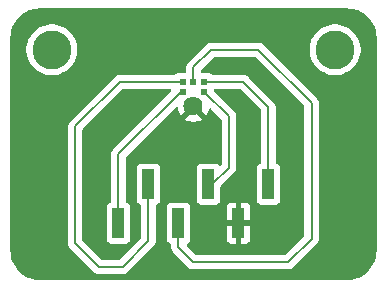
<source format=gbr>
%TF.GenerationSoftware,KiCad,Pcbnew,9.0.4-9.0.4-0~ubuntu22.04.1*%
%TF.CreationDate,2025-10-27T10:48:18-04:00*%
%TF.ProjectId,audio-breakout-mk2,61756469-6f2d-4627-9265-616b6f75742d,rev?*%
%TF.SameCoordinates,Original*%
%TF.FileFunction,Copper,L1,Top*%
%TF.FilePolarity,Positive*%
%FSLAX46Y46*%
G04 Gerber Fmt 4.6, Leading zero omitted, Abs format (unit mm)*
G04 Created by KiCad (PCBNEW 9.0.4-9.0.4-0~ubuntu22.04.1) date 2025-10-27 10:48:18*
%MOMM*%
%LPD*%
G01*
G04 APERTURE LIST*
%TA.AperFunction,ComponentPad*%
%ADD10C,3.300000*%
%TD*%
%TA.AperFunction,SMDPad,CuDef*%
%ADD11R,1.000000X2.510000*%
%TD*%
%TA.AperFunction,SMDPad,CuDef*%
%ADD12R,0.600000X0.522000*%
%TD*%
%TA.AperFunction,ComponentPad*%
%ADD13C,1.625000*%
%TD*%
%TA.AperFunction,Conductor*%
%ADD14C,0.200000*%
%TD*%
G04 APERTURE END LIST*
D10*
%TO.P,REF\u002A\u002A,*%
%TO.N,*%
X154000000Y-70000000D03*
%TD*%
%TO.P,REF\u002A\u002A,*%
%TO.N,*%
X130000000Y-70000000D03*
%TD*%
D11*
%TO.P,Socket1,6,Pin_6*%
%TO.N,Net-(MK1-VDD)*%
X148350000Y-81400000D03*
%TO.P,Socket1,5,Pin_5*%
%TO.N,GND*%
X145810000Y-84710000D03*
%TO.P,Socket1,4,Pin_4*%
%TO.N,Net-(MK1-SCK)*%
X143270000Y-81400000D03*
%TO.P,Socket1,3,Pin_3*%
%TO.N,Net-(MK1-SD)*%
X140730000Y-84710000D03*
%TO.P,Socket1,2,Pin_2*%
%TO.N,Net-(MK1-WS)*%
X138190000Y-81400000D03*
%TO.P,Socket1,1,Pin_1*%
%TO.N,Net-(MK1-LR)*%
X135650000Y-84710000D03*
%TD*%
D12*
%TO.P,MK2,1,WS*%
%TO.N,Net-(MK1-WS)*%
X141100000Y-72726000D03*
%TO.P,MK2,2,LR*%
%TO.N,Net-(MK1-LR)*%
X141100000Y-73548000D03*
D13*
%TO.P,MK2,3,GND*%
%TO.N,GND*%
X142000000Y-74800000D03*
D12*
%TO.P,MK2,4,SCK*%
%TO.N,Net-(MK1-SCK)*%
X142900000Y-73548000D03*
%TO.P,MK2,5,VDD*%
%TO.N,Net-(MK1-VDD)*%
X142900000Y-72726000D03*
%TO.P,MK2,6,SD*%
%TO.N,Net-(MK1-SD)*%
X142000000Y-72726000D03*
%TD*%
D14*
%TO.N,Net-(MK1-SD)*%
X142000000Y-72726000D02*
X142000000Y-71500000D01*
X142000000Y-71500000D02*
X143500000Y-70000000D01*
X143500000Y-70000000D02*
X147500000Y-70000000D01*
X147500000Y-70000000D02*
X152000000Y-74500000D01*
X152000000Y-74500000D02*
X152000000Y-86000000D01*
X152000000Y-86000000D02*
X150000000Y-88000000D01*
X150000000Y-88000000D02*
X142000000Y-88000000D01*
X142000000Y-88000000D02*
X140730000Y-86730000D01*
X140730000Y-86730000D02*
X140730000Y-84710000D01*
%TO.N,Net-(MK1-WS)*%
X141100000Y-72726000D02*
X135774000Y-72726000D01*
X138190000Y-86209000D02*
X138190000Y-81400000D01*
X135774000Y-72726000D02*
X132000000Y-76500000D01*
X132000000Y-76500000D02*
X132000000Y-86399000D01*
X132000000Y-86399000D02*
X134000000Y-88399000D01*
X134000000Y-88399000D02*
X136000000Y-88399000D01*
X136000000Y-88399000D02*
X138190000Y-86209000D01*
%TO.N,Net-(MK1-SCK)*%
X142900000Y-73548000D02*
X145000000Y-75648000D01*
X145000000Y-75648000D02*
X145000000Y-80000000D01*
X145000000Y-80000000D02*
X143600000Y-81400000D01*
X143600000Y-81400000D02*
X143270000Y-81400000D01*
%TO.N,Net-(MK1-LR)*%
X141100000Y-73548000D02*
X140952000Y-73548000D01*
X140952000Y-73548000D02*
X135650000Y-78850000D01*
X135650000Y-78850000D02*
X135650000Y-84710000D01*
%TO.N,Net-(MK1-VDD)*%
X142900000Y-72726000D02*
X146226000Y-72726000D01*
X146226000Y-72726000D02*
X148350000Y-74850000D01*
X148350000Y-74850000D02*
X148350000Y-81400000D01*
%TD*%
%TA.AperFunction,Conductor*%
%TO.N,GND*%
G36*
X155003736Y-66500726D02*
G01*
X155293796Y-66518271D01*
X155308659Y-66520076D01*
X155590798Y-66571780D01*
X155605335Y-66575363D01*
X155879172Y-66660695D01*
X155893163Y-66666000D01*
X156154743Y-66783727D01*
X156167989Y-66790680D01*
X156413465Y-66939075D01*
X156425776Y-66947573D01*
X156651573Y-67124473D01*
X156662781Y-67134403D01*
X156865596Y-67337218D01*
X156875526Y-67348426D01*
X156995481Y-67501538D01*
X157052422Y-67574217D01*
X157060928Y-67586540D01*
X157209316Y-67832004D01*
X157216275Y-67845263D01*
X157333997Y-68106831D01*
X157339306Y-68120832D01*
X157424635Y-68394663D01*
X157428219Y-68409201D01*
X157479923Y-68691340D01*
X157481728Y-68706205D01*
X157499274Y-68996263D01*
X157499500Y-69003750D01*
X157499500Y-86996249D01*
X157499274Y-87003736D01*
X157481728Y-87293794D01*
X157479923Y-87308659D01*
X157428219Y-87590798D01*
X157424635Y-87605336D01*
X157339306Y-87879167D01*
X157333997Y-87893168D01*
X157216275Y-88154736D01*
X157209316Y-88167995D01*
X157060928Y-88413459D01*
X157052422Y-88425782D01*
X156875526Y-88651573D01*
X156865596Y-88662781D01*
X156662781Y-88865596D01*
X156651573Y-88875526D01*
X156425782Y-89052422D01*
X156413459Y-89060928D01*
X156167995Y-89209316D01*
X156154736Y-89216275D01*
X155893168Y-89333997D01*
X155879167Y-89339306D01*
X155605336Y-89424635D01*
X155590798Y-89428219D01*
X155308659Y-89479923D01*
X155293794Y-89481728D01*
X155003736Y-89499274D01*
X154996249Y-89499500D01*
X129003751Y-89499500D01*
X128996264Y-89499274D01*
X128706205Y-89481728D01*
X128691340Y-89479923D01*
X128409201Y-89428219D01*
X128394663Y-89424635D01*
X128120832Y-89339306D01*
X128106831Y-89333997D01*
X127845263Y-89216275D01*
X127832004Y-89209316D01*
X127586540Y-89060928D01*
X127574217Y-89052422D01*
X127506668Y-88999501D01*
X127348426Y-88875526D01*
X127337218Y-88865596D01*
X127134403Y-88662781D01*
X127124473Y-88651573D01*
X127029729Y-88530641D01*
X126947573Y-88425776D01*
X126939075Y-88413465D01*
X126790680Y-88167989D01*
X126783727Y-88154743D01*
X126666000Y-87893163D01*
X126660693Y-87879167D01*
X126575364Y-87605336D01*
X126571780Y-87590798D01*
X126520076Y-87308659D01*
X126518271Y-87293794D01*
X126500726Y-87003736D01*
X126500500Y-86996249D01*
X126500500Y-86478054D01*
X131399498Y-86478054D01*
X131408823Y-86512855D01*
X131440423Y-86630785D01*
X131447676Y-86643348D01*
X131469358Y-86680900D01*
X131469359Y-86680904D01*
X131469360Y-86680904D01*
X131519479Y-86767714D01*
X131519481Y-86767717D01*
X131638349Y-86886585D01*
X131638355Y-86886590D01*
X133515139Y-88763374D01*
X133515149Y-88763385D01*
X133519479Y-88767715D01*
X133519480Y-88767716D01*
X133631284Y-88879520D01*
X133718095Y-88929639D01*
X133718097Y-88929641D01*
X133756151Y-88951611D01*
X133768215Y-88958577D01*
X133920943Y-88999500D01*
X135913331Y-88999500D01*
X135913347Y-88999501D01*
X135920943Y-88999501D01*
X136079054Y-88999501D01*
X136079057Y-88999501D01*
X136231785Y-88958577D01*
X136281904Y-88929639D01*
X136368716Y-88879520D01*
X136480520Y-88767716D01*
X136480520Y-88767714D01*
X136490728Y-88757507D01*
X136490729Y-88757504D01*
X138670520Y-86577716D01*
X138749577Y-86440784D01*
X138790501Y-86288057D01*
X138790501Y-86129942D01*
X138790501Y-86122347D01*
X138790500Y-86122329D01*
X138790500Y-83237790D01*
X138810185Y-83170751D01*
X138862989Y-83124996D01*
X138871146Y-83121616D01*
X138932331Y-83098796D01*
X139047546Y-83012546D01*
X139133796Y-82897331D01*
X139184091Y-82762483D01*
X139190500Y-82702873D01*
X139190499Y-80097128D01*
X139184091Y-80037517D01*
X139140610Y-79920939D01*
X139133797Y-79902671D01*
X139133793Y-79902664D01*
X139047547Y-79787455D01*
X139047544Y-79787452D01*
X138932335Y-79701206D01*
X138932328Y-79701202D01*
X138797482Y-79650908D01*
X138797483Y-79650908D01*
X138737883Y-79644501D01*
X138737881Y-79644500D01*
X138737873Y-79644500D01*
X138737864Y-79644500D01*
X137642129Y-79644500D01*
X137642123Y-79644501D01*
X137582516Y-79650908D01*
X137447671Y-79701202D01*
X137447664Y-79701206D01*
X137332455Y-79787452D01*
X137332452Y-79787455D01*
X137246206Y-79902664D01*
X137246202Y-79902671D01*
X137195908Y-80037517D01*
X137189501Y-80097116D01*
X137189501Y-80097123D01*
X137189500Y-80097135D01*
X137189500Y-82702870D01*
X137189501Y-82702876D01*
X137195908Y-82762483D01*
X137246202Y-82897328D01*
X137246206Y-82897335D01*
X137332452Y-83012544D01*
X137332455Y-83012547D01*
X137447664Y-83098793D01*
X137447669Y-83098796D01*
X137508833Y-83121608D01*
X137564766Y-83163478D01*
X137589184Y-83228942D01*
X137589500Y-83237790D01*
X137589500Y-85908902D01*
X137569815Y-85975941D01*
X137553181Y-85996583D01*
X135787584Y-87762181D01*
X135726261Y-87795666D01*
X135699903Y-87798500D01*
X134300097Y-87798500D01*
X134233058Y-87778815D01*
X134212416Y-87762181D01*
X132636819Y-86186584D01*
X132603334Y-86125261D01*
X132600500Y-86098903D01*
X132600500Y-76800097D01*
X132620185Y-76733058D01*
X132636819Y-76712416D01*
X135986416Y-73362819D01*
X136047739Y-73329334D01*
X136074097Y-73326500D01*
X140024902Y-73326500D01*
X140091941Y-73346185D01*
X140137696Y-73398989D01*
X140147640Y-73468147D01*
X140118615Y-73531703D01*
X140112583Y-73538181D01*
X135169481Y-78481282D01*
X135169479Y-78481285D01*
X135119361Y-78568094D01*
X135119359Y-78568096D01*
X135090425Y-78618209D01*
X135090424Y-78618210D01*
X135090423Y-78618215D01*
X135049499Y-78770943D01*
X135049499Y-78770945D01*
X135049499Y-78939046D01*
X135049500Y-78939059D01*
X135049500Y-82872209D01*
X135029815Y-82939248D01*
X134977011Y-82985003D01*
X134968833Y-82988391D01*
X134907671Y-83011202D01*
X134907664Y-83011206D01*
X134792455Y-83097452D01*
X134792452Y-83097455D01*
X134706206Y-83212664D01*
X134706202Y-83212671D01*
X134655908Y-83347517D01*
X134649501Y-83407116D01*
X134649501Y-83407123D01*
X134649500Y-83407135D01*
X134649500Y-86012870D01*
X134649501Y-86012876D01*
X134655908Y-86072483D01*
X134706202Y-86207328D01*
X134706206Y-86207335D01*
X134792452Y-86322544D01*
X134792455Y-86322547D01*
X134907664Y-86408793D01*
X134907671Y-86408797D01*
X135042517Y-86459091D01*
X135042516Y-86459091D01*
X135049444Y-86459835D01*
X135102127Y-86465500D01*
X136197872Y-86465499D01*
X136257483Y-86459091D01*
X136392331Y-86408796D01*
X136507546Y-86322546D01*
X136593796Y-86207331D01*
X136644091Y-86072483D01*
X136650500Y-86012873D01*
X136650499Y-83407128D01*
X136644091Y-83347517D01*
X136599865Y-83228942D01*
X136593797Y-83212671D01*
X136593793Y-83212664D01*
X136507547Y-83097455D01*
X136507544Y-83097452D01*
X136392335Y-83011206D01*
X136392328Y-83011202D01*
X136331167Y-82988391D01*
X136275233Y-82946520D01*
X136250816Y-82881056D01*
X136250500Y-82872209D01*
X136250500Y-79150096D01*
X136270185Y-79083057D01*
X136286814Y-79062420D01*
X140482389Y-74866844D01*
X140543710Y-74833361D01*
X140613402Y-74838345D01*
X140669335Y-74880217D01*
X140692541Y-74935129D01*
X140719818Y-75107346D01*
X140783656Y-75303822D01*
X140877447Y-75487896D01*
X140911575Y-75534870D01*
X141506830Y-74939614D01*
X141522426Y-74997817D01*
X141589898Y-75114682D01*
X141685318Y-75210102D01*
X141802183Y-75277574D01*
X141860383Y-75293168D01*
X141265127Y-75888423D01*
X141265128Y-75888424D01*
X141312096Y-75922548D01*
X141496177Y-76016343D01*
X141692653Y-76080181D01*
X141896699Y-76112500D01*
X142103301Y-76112500D01*
X142307346Y-76080181D01*
X142503822Y-76016343D01*
X142687892Y-75922554D01*
X142687905Y-75922546D01*
X142734870Y-75888424D01*
X142734871Y-75888423D01*
X142139616Y-75293168D01*
X142197817Y-75277574D01*
X142314682Y-75210102D01*
X142410102Y-75114682D01*
X142477574Y-74997817D01*
X142493168Y-74939616D01*
X143088423Y-75534871D01*
X143088424Y-75534870D01*
X143122546Y-75487905D01*
X143122554Y-75487892D01*
X143216343Y-75303822D01*
X143280180Y-75107351D01*
X143287221Y-75062895D01*
X143317150Y-74999760D01*
X143376461Y-74962828D01*
X143446324Y-74963825D01*
X143497376Y-74994611D01*
X144363181Y-75860416D01*
X144396666Y-75921739D01*
X144399500Y-75948097D01*
X144399500Y-79699902D01*
X144390854Y-79729346D01*
X144384331Y-79759330D01*
X144380577Y-79764344D01*
X144379815Y-79766941D01*
X144363180Y-79787585D01*
X144329667Y-79821097D01*
X144268343Y-79854581D01*
X144198652Y-79849595D01*
X144142722Y-79807726D01*
X144127546Y-79787454D01*
X144127544Y-79787452D01*
X144127543Y-79787451D01*
X144012335Y-79701206D01*
X144012328Y-79701202D01*
X143877482Y-79650908D01*
X143877483Y-79650908D01*
X143817883Y-79644501D01*
X143817881Y-79644500D01*
X143817873Y-79644500D01*
X143817864Y-79644500D01*
X142722129Y-79644500D01*
X142722123Y-79644501D01*
X142662516Y-79650908D01*
X142527671Y-79701202D01*
X142527664Y-79701206D01*
X142412455Y-79787452D01*
X142412452Y-79787455D01*
X142326206Y-79902664D01*
X142326202Y-79902671D01*
X142275908Y-80037517D01*
X142269501Y-80097116D01*
X142269501Y-80097123D01*
X142269500Y-80097135D01*
X142269500Y-82702870D01*
X142269501Y-82702876D01*
X142275908Y-82762483D01*
X142326202Y-82897328D01*
X142326206Y-82897335D01*
X142412452Y-83012544D01*
X142412455Y-83012547D01*
X142527664Y-83098793D01*
X142527671Y-83098797D01*
X142662517Y-83149091D01*
X142662516Y-83149091D01*
X142669444Y-83149835D01*
X142722127Y-83155500D01*
X143817872Y-83155499D01*
X143877483Y-83149091D01*
X144012331Y-83098796D01*
X144127546Y-83012546D01*
X144213796Y-82897331D01*
X144264091Y-82762483D01*
X144270500Y-82702873D01*
X144270499Y-81630095D01*
X144290183Y-81563057D01*
X144306813Y-81542420D01*
X145368713Y-80480521D01*
X145368716Y-80480520D01*
X145480520Y-80368716D01*
X145530639Y-80281904D01*
X145559577Y-80231785D01*
X145600501Y-80079057D01*
X145600501Y-79920943D01*
X145600501Y-79913348D01*
X145600500Y-79913330D01*
X145600500Y-75568945D01*
X145600500Y-75568943D01*
X145559577Y-75416216D01*
X145559573Y-75416209D01*
X145480524Y-75279290D01*
X145480521Y-75279286D01*
X145480520Y-75279284D01*
X145368716Y-75167480D01*
X145368715Y-75167479D01*
X145364385Y-75163149D01*
X145364374Y-75163139D01*
X143739416Y-73538181D01*
X143705931Y-73476858D01*
X143710915Y-73407166D01*
X143752787Y-73351233D01*
X143818251Y-73326816D01*
X143827097Y-73326500D01*
X145925903Y-73326500D01*
X145992942Y-73346185D01*
X146013584Y-73362819D01*
X147713181Y-75062416D01*
X147746666Y-75123739D01*
X147749500Y-75150097D01*
X147749500Y-79562209D01*
X147729815Y-79629248D01*
X147677011Y-79675003D01*
X147668833Y-79678391D01*
X147607671Y-79701202D01*
X147607664Y-79701206D01*
X147492455Y-79787452D01*
X147492452Y-79787455D01*
X147406206Y-79902664D01*
X147406202Y-79902671D01*
X147355908Y-80037517D01*
X147349501Y-80097116D01*
X147349501Y-80097123D01*
X147349500Y-80097135D01*
X147349500Y-82702870D01*
X147349501Y-82702876D01*
X147355908Y-82762483D01*
X147406202Y-82897328D01*
X147406206Y-82897335D01*
X147492452Y-83012544D01*
X147492455Y-83012547D01*
X147607664Y-83098793D01*
X147607671Y-83098797D01*
X147742517Y-83149091D01*
X147742516Y-83149091D01*
X147749444Y-83149835D01*
X147802127Y-83155500D01*
X148897872Y-83155499D01*
X148957483Y-83149091D01*
X149092331Y-83098796D01*
X149207546Y-83012546D01*
X149293796Y-82897331D01*
X149344091Y-82762483D01*
X149350500Y-82702873D01*
X149350499Y-80097128D01*
X149344091Y-80037517D01*
X149300610Y-79920939D01*
X149293797Y-79902671D01*
X149293793Y-79902664D01*
X149207547Y-79787455D01*
X149207544Y-79787452D01*
X149092335Y-79701206D01*
X149092328Y-79701202D01*
X149031167Y-79678391D01*
X148975233Y-79636520D01*
X148950816Y-79571056D01*
X148950500Y-79562209D01*
X148950500Y-74939060D01*
X148950501Y-74939047D01*
X148950501Y-74770944D01*
X148926776Y-74682403D01*
X148909577Y-74618216D01*
X148909573Y-74618209D01*
X148830524Y-74481290D01*
X148830518Y-74481282D01*
X146713590Y-72364355D01*
X146713588Y-72364352D01*
X146594717Y-72245481D01*
X146594716Y-72245480D01*
X146507904Y-72195360D01*
X146507904Y-72195359D01*
X146507900Y-72195358D01*
X146457785Y-72166423D01*
X146305057Y-72125499D01*
X146146943Y-72125499D01*
X146139347Y-72125499D01*
X146139331Y-72125500D01*
X143622924Y-72125500D01*
X143555885Y-72105815D01*
X143548613Y-72100767D01*
X143442330Y-72021203D01*
X143442328Y-72021202D01*
X143307482Y-71970908D01*
X143307483Y-71970908D01*
X143247883Y-71964501D01*
X143247881Y-71964500D01*
X143247873Y-71964500D01*
X143247865Y-71964500D01*
X142724500Y-71964500D01*
X142715814Y-71961949D01*
X142706853Y-71963238D01*
X142682812Y-71952259D01*
X142657461Y-71944815D01*
X142651533Y-71937974D01*
X142643297Y-71934213D01*
X142629007Y-71911978D01*
X142611706Y-71892011D01*
X142609418Y-71881496D01*
X142605523Y-71875435D01*
X142600500Y-71840500D01*
X142600500Y-71800097D01*
X142620185Y-71733058D01*
X142636819Y-71712416D01*
X143712416Y-70636819D01*
X143773739Y-70603334D01*
X143800097Y-70600500D01*
X147199903Y-70600500D01*
X147266942Y-70620185D01*
X147287584Y-70636819D01*
X151363181Y-74712416D01*
X151396666Y-74773739D01*
X151399500Y-74800097D01*
X151399500Y-85699903D01*
X151379815Y-85766942D01*
X151363181Y-85787584D01*
X149787584Y-87363181D01*
X149726261Y-87396666D01*
X149699903Y-87399500D01*
X142300097Y-87399500D01*
X142233058Y-87379815D01*
X142212416Y-87363181D01*
X141450847Y-86601612D01*
X141417362Y-86540289D01*
X141422346Y-86470597D01*
X141464218Y-86414664D01*
X141466159Y-86413417D01*
X141534382Y-86362344D01*
X141587546Y-86322546D01*
X141673796Y-86207331D01*
X141724091Y-86072483D01*
X141730500Y-86012873D01*
X141730500Y-86012844D01*
X144810000Y-86012844D01*
X144816401Y-86072372D01*
X144816403Y-86072379D01*
X144866645Y-86207086D01*
X144866649Y-86207093D01*
X144952809Y-86322187D01*
X144952812Y-86322190D01*
X145067906Y-86408350D01*
X145067913Y-86408354D01*
X145202620Y-86458596D01*
X145202627Y-86458598D01*
X145262155Y-86464999D01*
X145262172Y-86465000D01*
X145560000Y-86465000D01*
X146060000Y-86465000D01*
X146357828Y-86465000D01*
X146357844Y-86464999D01*
X146417372Y-86458598D01*
X146417379Y-86458596D01*
X146552086Y-86408354D01*
X146552093Y-86408350D01*
X146667187Y-86322190D01*
X146667190Y-86322187D01*
X146753350Y-86207093D01*
X146753354Y-86207086D01*
X146803596Y-86072379D01*
X146803598Y-86072372D01*
X146809999Y-86012844D01*
X146810000Y-86012827D01*
X146810000Y-84960000D01*
X146060000Y-84960000D01*
X146060000Y-86465000D01*
X145560000Y-86465000D01*
X145560000Y-84960000D01*
X144810000Y-84960000D01*
X144810000Y-86012844D01*
X141730500Y-86012844D01*
X141730499Y-84460000D01*
X141730499Y-83407155D01*
X144810000Y-83407155D01*
X144810000Y-84460000D01*
X145560000Y-84460000D01*
X146060000Y-84460000D01*
X146810000Y-84460000D01*
X146810000Y-83407172D01*
X146809999Y-83407155D01*
X146803598Y-83347627D01*
X146803596Y-83347620D01*
X146753354Y-83212913D01*
X146753350Y-83212906D01*
X146667190Y-83097812D01*
X146667187Y-83097809D01*
X146552093Y-83011649D01*
X146552086Y-83011645D01*
X146417379Y-82961403D01*
X146417372Y-82961401D01*
X146357844Y-82955000D01*
X146060000Y-82955000D01*
X146060000Y-84460000D01*
X145560000Y-84460000D01*
X145560000Y-82955000D01*
X145262155Y-82955000D01*
X145202627Y-82961401D01*
X145202620Y-82961403D01*
X145067913Y-83011645D01*
X145067906Y-83011649D01*
X144952812Y-83097809D01*
X144952809Y-83097812D01*
X144866649Y-83212906D01*
X144866645Y-83212913D01*
X144816403Y-83347620D01*
X144816401Y-83347627D01*
X144810000Y-83407155D01*
X141730499Y-83407155D01*
X141730499Y-83407129D01*
X141730498Y-83407123D01*
X141730497Y-83407116D01*
X141724091Y-83347517D01*
X141679865Y-83228942D01*
X141673797Y-83212671D01*
X141673793Y-83212664D01*
X141587547Y-83097455D01*
X141587544Y-83097452D01*
X141472335Y-83011206D01*
X141472328Y-83011202D01*
X141337482Y-82960908D01*
X141337483Y-82960908D01*
X141277883Y-82954501D01*
X141277881Y-82954500D01*
X141277873Y-82954500D01*
X141277864Y-82954500D01*
X140182129Y-82954500D01*
X140182123Y-82954501D01*
X140122516Y-82960908D01*
X139987671Y-83011202D01*
X139987664Y-83011206D01*
X139872455Y-83097452D01*
X139872452Y-83097455D01*
X139786206Y-83212664D01*
X139786202Y-83212671D01*
X139735908Y-83347517D01*
X139729501Y-83407116D01*
X139729501Y-83407123D01*
X139729500Y-83407135D01*
X139729500Y-86012870D01*
X139729501Y-86012876D01*
X139735908Y-86072483D01*
X139786202Y-86207328D01*
X139786206Y-86207335D01*
X139872452Y-86322544D01*
X139872455Y-86322547D01*
X139987664Y-86408793D01*
X139987669Y-86408796D01*
X140048833Y-86431608D01*
X140066558Y-86444877D01*
X140086703Y-86454077D01*
X140093984Y-86465407D01*
X140104766Y-86473478D01*
X140112504Y-86494226D01*
X140124477Y-86512855D01*
X140127628Y-86534770D01*
X140129184Y-86538942D01*
X140129500Y-86547790D01*
X140129500Y-86643330D01*
X140129499Y-86643348D01*
X140129499Y-86809054D01*
X140129498Y-86809054D01*
X140170423Y-86961787D01*
X140170424Y-86961788D01*
X140192198Y-86999501D01*
X140249475Y-87098709D01*
X140249481Y-87098717D01*
X140368349Y-87217585D01*
X140368355Y-87217590D01*
X141515139Y-88364374D01*
X141515149Y-88364385D01*
X141519479Y-88368715D01*
X141519480Y-88368716D01*
X141631284Y-88480520D01*
X141718095Y-88530639D01*
X141718097Y-88530641D01*
X141768213Y-88559576D01*
X141768215Y-88559577D01*
X141920942Y-88600500D01*
X141920943Y-88600500D01*
X149913331Y-88600500D01*
X149913347Y-88600501D01*
X149920943Y-88600501D01*
X150079054Y-88600501D01*
X150079057Y-88600501D01*
X150231785Y-88559577D01*
X150281904Y-88530639D01*
X150368716Y-88480520D01*
X150480520Y-88368716D01*
X150480520Y-88368714D01*
X150490728Y-88358507D01*
X150490730Y-88358504D01*
X152358506Y-86490728D01*
X152358511Y-86490724D01*
X152368714Y-86480520D01*
X152368716Y-86480520D01*
X152480520Y-86368716D01*
X152549360Y-86249481D01*
X152559577Y-86231785D01*
X152600500Y-86079057D01*
X152600500Y-85920943D01*
X152600500Y-74589059D01*
X152600501Y-74589046D01*
X152600501Y-74420945D01*
X152600501Y-74420943D01*
X152559577Y-74268215D01*
X152500878Y-74166546D01*
X152480520Y-74131284D01*
X152368716Y-74019480D01*
X152368713Y-74019478D01*
X148208276Y-69859041D01*
X151849500Y-69859041D01*
X151849500Y-70140958D01*
X151886295Y-70420439D01*
X151959259Y-70692743D01*
X152067135Y-70953179D01*
X152067140Y-70953190D01*
X152169964Y-71131285D01*
X152208088Y-71197317D01*
X152379683Y-71420943D01*
X152379704Y-71420970D01*
X152579029Y-71620295D01*
X152579033Y-71620298D01*
X152579035Y-71620300D01*
X152802683Y-71791912D01*
X152802690Y-71791916D01*
X153046809Y-71932859D01*
X153046814Y-71932861D01*
X153046817Y-71932863D01*
X153307261Y-72040742D01*
X153579558Y-72113704D01*
X153859049Y-72150500D01*
X153859056Y-72150500D01*
X154140944Y-72150500D01*
X154140951Y-72150500D01*
X154420442Y-72113704D01*
X154692739Y-72040742D01*
X154953183Y-71932863D01*
X155197317Y-71791912D01*
X155420965Y-71620300D01*
X155620300Y-71420965D01*
X155791912Y-71197317D01*
X155932863Y-70953183D01*
X156040742Y-70692739D01*
X156113704Y-70420442D01*
X156150500Y-70140951D01*
X156150500Y-69859049D01*
X156113704Y-69579558D01*
X156040742Y-69307261D01*
X155932863Y-69046817D01*
X155932861Y-69046814D01*
X155932859Y-69046809D01*
X155791916Y-68802690D01*
X155791912Y-68802683D01*
X155620300Y-68579035D01*
X155620298Y-68579033D01*
X155620295Y-68579029D01*
X155420970Y-68379704D01*
X155420965Y-68379700D01*
X155197317Y-68208088D01*
X155197311Y-68208084D01*
X155197309Y-68208083D01*
X154953190Y-68067140D01*
X154953179Y-68067135D01*
X154692743Y-67959259D01*
X154420439Y-67886295D01*
X154140958Y-67849500D01*
X154140951Y-67849500D01*
X153859049Y-67849500D01*
X153859041Y-67849500D01*
X153579560Y-67886295D01*
X153307256Y-67959259D01*
X153046820Y-68067135D01*
X153046809Y-68067140D01*
X152802690Y-68208083D01*
X152802682Y-68208089D01*
X152579029Y-68379704D01*
X152379704Y-68579029D01*
X152208089Y-68802682D01*
X152208083Y-68802690D01*
X152067140Y-69046809D01*
X152067135Y-69046820D01*
X151959259Y-69307256D01*
X151886295Y-69579560D01*
X151849500Y-69859041D01*
X148208276Y-69859041D01*
X147987590Y-69638355D01*
X147987588Y-69638352D01*
X147868717Y-69519481D01*
X147868716Y-69519480D01*
X147776764Y-69466392D01*
X147731785Y-69440423D01*
X147579057Y-69399499D01*
X147420943Y-69399499D01*
X147413347Y-69399499D01*
X147413331Y-69399500D01*
X143420940Y-69399500D01*
X143380019Y-69410464D01*
X143380019Y-69410465D01*
X143342751Y-69420451D01*
X143268214Y-69440423D01*
X143268209Y-69440426D01*
X143131290Y-69519475D01*
X143131282Y-69519481D01*
X141519481Y-71131282D01*
X141519480Y-71131284D01*
X141481356Y-71197317D01*
X141440423Y-71268215D01*
X141399499Y-71420943D01*
X141399499Y-71420945D01*
X141399499Y-71589046D01*
X141399500Y-71589059D01*
X141399500Y-71840500D01*
X141379815Y-71907539D01*
X141327011Y-71953294D01*
X141275500Y-71964500D01*
X140752129Y-71964500D01*
X140752123Y-71964501D01*
X140692516Y-71970908D01*
X140557671Y-72021202D01*
X140557669Y-72021203D01*
X140451387Y-72100767D01*
X140385923Y-72125184D01*
X140377076Y-72125500D01*
X135860669Y-72125500D01*
X135860653Y-72125499D01*
X135853057Y-72125499D01*
X135694943Y-72125499D01*
X135587587Y-72154265D01*
X135542210Y-72166424D01*
X135542209Y-72166425D01*
X135492096Y-72195359D01*
X135492095Y-72195360D01*
X135448689Y-72220420D01*
X135405285Y-72245479D01*
X135405282Y-72245481D01*
X131519481Y-76131282D01*
X131519475Y-76131290D01*
X131475433Y-76207575D01*
X131475433Y-76207576D01*
X131440423Y-76268215D01*
X131399499Y-76420943D01*
X131399499Y-76579057D01*
X131399499Y-76579059D01*
X131399500Y-76589053D01*
X131399500Y-86312330D01*
X131399499Y-86312348D01*
X131399499Y-86478054D01*
X131399498Y-86478054D01*
X126500500Y-86478054D01*
X126500500Y-69859041D01*
X127849500Y-69859041D01*
X127849500Y-70140958D01*
X127886295Y-70420439D01*
X127959259Y-70692743D01*
X128067135Y-70953179D01*
X128067140Y-70953190D01*
X128169964Y-71131285D01*
X128208088Y-71197317D01*
X128379683Y-71420943D01*
X128379704Y-71420970D01*
X128579029Y-71620295D01*
X128579033Y-71620298D01*
X128579035Y-71620300D01*
X128802683Y-71791912D01*
X128802690Y-71791916D01*
X129046809Y-71932859D01*
X129046814Y-71932861D01*
X129046817Y-71932863D01*
X129307261Y-72040742D01*
X129579558Y-72113704D01*
X129859049Y-72150500D01*
X129859056Y-72150500D01*
X130140944Y-72150500D01*
X130140951Y-72150500D01*
X130420442Y-72113704D01*
X130692739Y-72040742D01*
X130953183Y-71932863D01*
X131197317Y-71791912D01*
X131420965Y-71620300D01*
X131620300Y-71420965D01*
X131791912Y-71197317D01*
X131932863Y-70953183D01*
X132040742Y-70692739D01*
X132113704Y-70420442D01*
X132150500Y-70140951D01*
X132150500Y-69859049D01*
X132113704Y-69579558D01*
X132040742Y-69307261D01*
X131932863Y-69046817D01*
X131932861Y-69046814D01*
X131932859Y-69046809D01*
X131791916Y-68802690D01*
X131791912Y-68802683D01*
X131620300Y-68579035D01*
X131620298Y-68579033D01*
X131620295Y-68579029D01*
X131420970Y-68379704D01*
X131420965Y-68379700D01*
X131197317Y-68208088D01*
X131197311Y-68208084D01*
X131197309Y-68208083D01*
X130953190Y-68067140D01*
X130953179Y-68067135D01*
X130692743Y-67959259D01*
X130420439Y-67886295D01*
X130140958Y-67849500D01*
X130140951Y-67849500D01*
X129859049Y-67849500D01*
X129859041Y-67849500D01*
X129579560Y-67886295D01*
X129307256Y-67959259D01*
X129046820Y-68067135D01*
X129046809Y-68067140D01*
X128802690Y-68208083D01*
X128802682Y-68208089D01*
X128579029Y-68379704D01*
X128379704Y-68579029D01*
X128208089Y-68802682D01*
X128208083Y-68802690D01*
X128067140Y-69046809D01*
X128067135Y-69046820D01*
X127959259Y-69307256D01*
X127886295Y-69579560D01*
X127849500Y-69859041D01*
X126500500Y-69859041D01*
X126500500Y-69003750D01*
X126500726Y-68996263D01*
X126518271Y-68706205D01*
X126520076Y-68691340D01*
X126571780Y-68409201D01*
X126575364Y-68394663D01*
X126660696Y-68120822D01*
X126665998Y-68106841D01*
X126783731Y-67845249D01*
X126790676Y-67832016D01*
X126939080Y-67586526D01*
X126947567Y-67574230D01*
X127124480Y-67348417D01*
X127134395Y-67337226D01*
X127337226Y-67134395D01*
X127348417Y-67124480D01*
X127574230Y-66947567D01*
X127586526Y-66939080D01*
X127832016Y-66790676D01*
X127845249Y-66783731D01*
X128106841Y-66665998D01*
X128120822Y-66660696D01*
X128394668Y-66575362D01*
X128409197Y-66571780D01*
X128691344Y-66520075D01*
X128706201Y-66518271D01*
X128996264Y-66500726D01*
X129003751Y-66500500D01*
X129065892Y-66500500D01*
X154934108Y-66500500D01*
X154996249Y-66500500D01*
X155003736Y-66500726D01*
G37*
%TD.AperFunction*%
%TD*%
M02*

</source>
